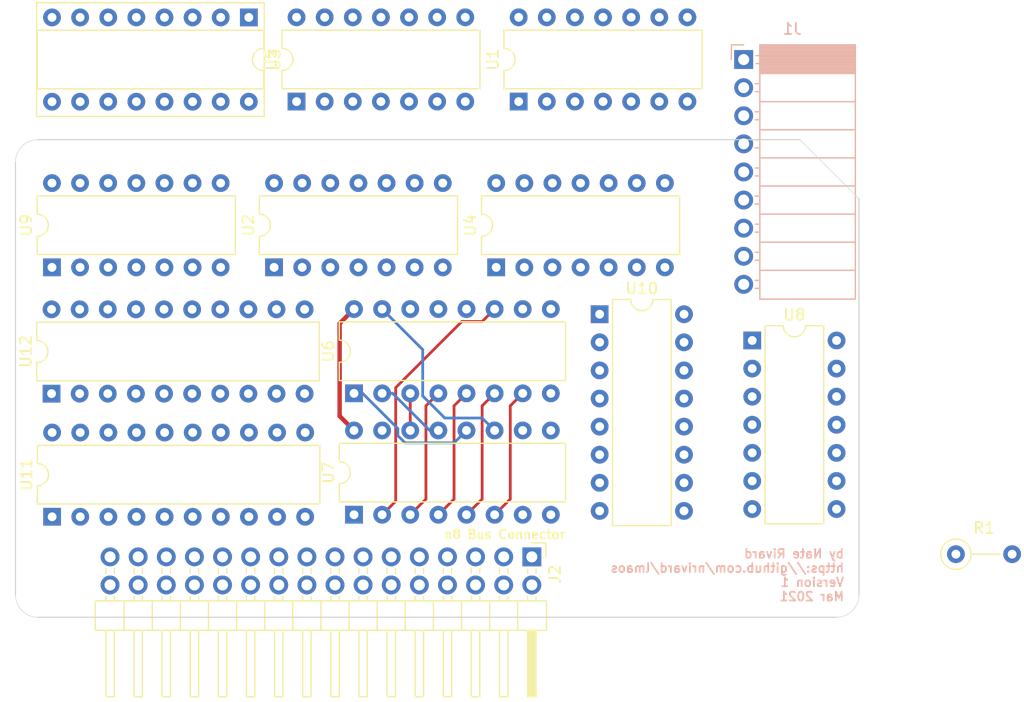
<source format=kicad_pcb>
(kicad_pcb (version 20240108) (generator "pcbnew") (generator_version "8.0")
  (layers (0 "F.Cu" signal) (31 "B.Cu" signal) (34 "B.Paste" user) (35 "F.Paste" user) (36 "B.SilkS" user "B.Silkscreen") (37 "F.SilkS" user "F.Silkscreen") (38 "B.Mask" user) (39 "F.Mask" user) (44 "Edge.Cuts" user))
  (net 0 "")
  (net 1 "+5V")
  (net 2 "GND")
  (net 3 "/D0")
  (net 4 "/D1")
  (net 5 "/D2")
  (net 6 "/D3")
  (net 7 "/D4")
  (net 8 "/D5")
  (net 9 "~{CS}")
  (net 10 "/D6")
  (net 11 "R~{W}")
  (net 12 "CLK")
  (net 13 "~{IRQ}")
  (net 14 "~{RES}")
  (net 15 "D7")
  (net 16 "A0")
  (net 17 "~{CS2}")
  (net 18 "~{CS1}")
  (net 19 "~{CS0}")
  (net 20 "SPI_CLK")
  (net 21 "MISO")
  (net 22 "MOSI")
  (net 23 "IEN")
  (net 24 "ITC")
  (net 25 "DIV_CLK")
  (net 26 "~{TX_COMPLETE}")
  (net 27 "RUNNING")
  (net 28 "TX_COMPLETE")
  (net 30 "Net-(U2-Pad4)")
  (net 31 "Net-(U2-Pad10)")
  (net 36 "DEN")
  (net 37 "~{DATA_WR}")
  (net 38 "~{DATA_RD}")
  (net 39 "SEL1")
  (net 41 "SEL0")
  (net 46 "Net-(U1A-Q3)")
  (net 47 "~{DIV_CLK}")
  (net 48 "Net-(U1A-MR)")
  (net 49 "DIV0")
  (net 50 "DIV1")
  (net 53 "/UNUSED")
  (net 58 "~{DATA_WR}_{QUAL}")
  (net 61 "Net-(U3A-E)")
  (net 62 "~{CR_RD}")
  (net 63 "~{CR_WR}")
  (net 64 "~{SPI_CLK}")
  (net 65 "Net-(U4-Pad8)")
  (net 66 "Net-(U4-Pad4)")
  (net 67 "Net-(U7-Q7)")
  (net 68 "~{CR_WR}_{QUAL}")
  (net 69 "~{TX_COMPLETE_RES}")
  (net 70 "Net-(U5-Pad3)")
  (net 71 "~{ITC_RES}")
  (net 73 "VCC")
  (net 76 "Net-(U10-I1a)")
  (net 77 "Net-(U10-I2a)")
  (net 82 "Net-(U10-I3a)")
  (footprint "Connector_PinHeader_2.54mm:PinHeader_2x16_P2.54mm_Horizontal" (layer "F.Cu") (at 147.2311 112.522 -90)
    (property "Reference" "J2" (at 1.5748 -2.0828 90) (layer "F.SilkS"))
    (property "Value" "n8 Bus Connector")
    (pad "1" thru_hole rect (at 0 0 270) (size 1.7 1.7) (drill 1) (layers "*.Cu" "*.Mask") (net 2 "GND"))
    (pad "2" thru_hole oval (at 2.54 0 270) (size 1.7 1.7) (drill 1) (layers "*.Cu" "*.Mask") (net 2 "GND"))
    (pad "3" thru_hole oval (at 0 2.54 270) (size 1.7 1.7) (drill 1) (layers "*.Cu" "*.Mask") (net 1 "+5V"))
    (pad "4" thru_hole oval (at 2.54 2.54 270) (size 1.7 1.7) (drill 1) (layers "*.Cu" "*.Mask") (net 1 "+5V"))
    (pad "5" thru_hole oval (at 0 5.08 270) (size 1.7 1.7) (drill 1) (layers "*.Cu" "*.Mask"))
    (pad "6" thru_hole oval (at 2.54 5.08 270) (size 1.7 1.7) (drill 1) (layers "*.Cu" "*.Mask"))
    (pad "7" thru_hole oval (at 0 7.62 270) (size 1.7 1.7) (drill 1) (layers "*.Cu" "*.Mask"))
    (pad "8" thru_hole oval (at 2.54 7.62 270) (size 1.7 1.7) (drill 1) (layers "*.Cu" "*.Mask"))
    (pad "9" thru_hole oval (at 0 10.16 270) (size 1.7 1.7) (drill 1) (layers "*.Cu" "*.Mask"))
    (pad "10" thru_hole oval (at 2.54 10.16 270) (size 1.7 1.7) (drill 1) (layers "*.Cu" "*.Mask") (net 14 "~{RES}"))
    (pad "11" thru_hole oval (at 0 12.7 270) (size 1.7 1.7) (drill 1) (layers "*.Cu" "*.Mask") (net 13 "~{IRQ}"))
    (pad "12" thru_hole oval (at 2.54 12.7 270) (size 1.7 1.7) (drill 1) (layers "*.Cu" "*.Mask") (net 12 "CLK"))
    (pad "13" thru_hole oval (at 0 15.24 270) (size 1.7 1.7) (drill 1) (layers "*.Cu" "*.Mask") (net 15 "D7"))
    (pad "14" thru_hole oval (at 2.54 15.24 270) (size 1.7 1.7) (drill 1) (layers "*.Cu" "*.Mask") (net 11 "R~{W}"))
    (pad "15" thru_hole oval (at 0 17.78 270) (size 1.7 1.7) (drill 1) (layers "*.Cu" "*.Mask") (net 10 "/D6"))
    (pad "16" thru_hole oval (at 2.54 17.78 270) (size 1.7 1.7) (drill 1) (layers "*.Cu" "*.Mask") (net 9 "~{CS}"))
    (pad "17" thru_hole oval (at 0 20.32 270) (size 1.7 1.7) (drill 1) (layers "*.Cu" "*.Mask") (net 8 "/D5"))
    (pad "18" thru_hole oval (at 2.54 20.32 270) (size 1.7 1.7) (drill 1) (layers "*.Cu" "*.Mask"))
    (pad "19" thru_hole oval (at 0 22.86 270) (size 1.7 1.7) (drill 1) (layers "*.Cu" "*.Mask") (net 7 "/D4"))
    (pad "20" thru_hole oval (at 2.54 22.86 270) (size 1.7 1.7) (drill 1) (layers "*.Cu" "*.Mask"))
    (pad "21" thru_hole oval (at 0 25.4 270) (size 1.7 1.7) (drill 1) (layers "*.Cu" "*.Mask") (net 6 "/D3"))
    (pad "22" thru_hole oval (at 2.54 25.4 270) (size 1.7 1.7) (drill 1) (layers "*.Cu" "*.Mask"))
    (pad "23" thru_hole oval (at 0 27.94 270) (size 1.7 1.7) (drill 1) (layers "*.Cu" "*.Mask") (net 5 "/D2"))
    (pad "24" thru_hole oval (at 2.54 27.94 270) (size 1.7 1.7) (drill 1) (layers "*.Cu" "*.Mask"))
    (pad "25" thru_hole oval (at 0 30.48 270) (size 1.7 1.7) (drill 1) (layers "*.Cu" "*.Mask") (net 4 "/D1"))
    (pad "26" thru_hole oval (at 2.54 30.48 270) (size 1.7 1.7) (drill 1) (layers "*.Cu" "*.Mask"))
    (pad "27" thru_hole oval (at 0 33.02 270) (size 1.7 1.7) (drill 1) (layers "*.Cu" "*.Mask") (net 3 "/D0"))
    (pad "28" thru_hole oval (at 2.54 33.02 270) (size 1.7 1.7) (drill 1) (layers "*.Cu" "*.Mask") (net 16 "A0"))
    (pad "29" thru_hole oval (at 0 35.56 270) (size 1.7 1.7) (drill 1) (layers "*.Cu" "*.Mask") (net 2 "GND"))
    (pad "30" thru_hole oval (at 2.54 35.56 270) (size 1.7 1.7) (drill 1) (layers "*.Cu" "*.Mask") (net 2 "GND"))
    (pad "31" thru_hole oval (at 0 38.1 270) (size 1.7 1.7) (drill 1) (layers "*.Cu" "*.Mask") (net 1 "+5V"))
    (pad "32" thru_hole oval (at 2.54 38.1 270) (size 1.7 1.7) (drill 1) (layers "*.Cu" "*.Mask") (net 1 "+5V"))
  )
  (footprint "Resistor_THT:R_Axial_DIN0207_L6.3mm_D2.5mm_P5.08mm_Vertical" (layer "F.Cu") (at 185.54192 112.27816)
    (property "Reference" "R1" (at 2.54 -2.37 0) (layer "F.SilkS"))
    (property "Value" "20K")
    (pad "1" thru_hole circle (at 0 0) (size 1.6 1.6) (drill 0.8) (layers "*.Cu" "*.Mask") (net 1 "+5V"))
    (pad "2" thru_hole oval (at 5.08 0) (size 1.6 1.6) (drill 0.8) (layers "*.Cu" "*.Mask") (net 21 "MISO"))
  )
  (footprint "Package_DIP:DIP-14_W7.62mm" (layer "F.Cu") (at 103.881 86.35 90)
    (property "Reference" "U9" (at 3.81 -2.33 90) (layer "F.SilkS"))
    (property "Value" "74HC74")
    (pad "1" thru_hole rect (at 0 0 90) (size 1.6 1.6) (drill 0.8) (layers "*.Cu" "*.Mask") (net 71 "~{ITC_RES}"))
    (pad "2" thru_hole oval (at 0 2.54 90) (size 1.6 1.6) (drill 0.8) (layers "*.Cu" "*.Mask") (net 15 "D7"))
    (pad "3" thru_hole oval (at 0 5.08 90) (size 1.6 1.6) (drill 0.8) (layers "*.Cu" "*.Mask") (net 63 "~{CR_WR}"))
    (pad "4" thru_hole oval (at 0 7.62 90) (size 1.6 1.6) (drill 0.8) (layers "*.Cu" "*.Mask") (net 26 "~{TX_COMPLETE}"))
    (pad "5" thru_hole oval (at 0 10.16 90) (size 1.6 1.6) (drill 0.8) (layers "*.Cu" "*.Mask") (net 24 "ITC"))
    (pad "6" thru_hole oval (at 0 12.7 90) (size 1.6 1.6) (drill 0.8) (layers "*.Cu" "*.Mask"))
    (pad "7" thru_hole oval (at 0 15.24 90) (size 1.6 1.6) (drill 0.8) (layers "*.Cu" "*.Mask") (net 2 "GND"))
    (pad "8" thru_hole oval (at 7.62 15.24 90) (size 1.6 1.6) (drill 0.8) (layers "*.Cu" "*.Mask"))
    (pad "9" thru_hole oval (at 7.62 12.7 90) (size 1.6 1.6) (drill 0.8) (layers "*.Cu" "*.Mask") (net 27 "RUNNING"))
    (pad "10" thru_hole oval (at 7.62 10.16 90) (size 1.6 1.6) (drill 0.8) (layers "*.Cu" "*.Mask") (net 37 "~{DATA_WR}"))
    (pad "11" thru_hole oval (at 7.62 7.62 90) (size 1.6 1.6) (drill 0.8) (layers "*.Cu" "*.Mask"))
    (pad "12" thru_hole oval (at 7.62 5.08 90) (size 1.6 1.6) (drill 0.8) (layers "*.Cu" "*.Mask"))
    (pad "13" thru_hole oval (at 7.62 2.54 90) (size 1.6 1.6) (drill 0.8) (layers "*.Cu" "*.Mask") (net 69 "~{TX_COMPLETE_RES}"))
    (pad "14" thru_hole oval (at 7.62 0 90) (size 1.6 1.6) (drill 0.8) (layers "*.Cu" "*.Mask") (net 1 "+5V"))
  )
  (footprint "Package_DIP:DIP-14_W7.62mm" (layer "F.Cu") (at 144.013 86.35 90)
    (property "Reference" "U4" (at 3.81 -2.33 90) (layer "F.SilkS"))
    (property "Value" "74HC04")
    (pad "1" thru_hole rect (at 0 0 90) (size 1.6 1.6) (drill 0.8) (layers "*.Cu" "*.Mask") (net 67 "Net-(U7-Q7)"))
    (pad "2" thru_hole oval (at 0 2.54 90) (size 1.6 1.6) (drill 0.8) (layers "*.Cu" "*.Mask") (net 30 "Net-(U2-Pad4)"))
    (pad "3" thru_hole oval (at 0 5.08 90) (size 1.6 1.6) (drill 0.8) (layers "*.Cu" "*.Mask") (net 28 "TX_COMPLETE"))
    (pad "4" thru_hole oval (at 0 7.62 90) (size 1.6 1.6) (drill 0.8) (layers "*.Cu" "*.Mask") (net 66 "Net-(U4-Pad4)"))
    (pad "5" thru_hole oval (at 0 10.16 90) (size 1.6 1.6) (drill 0.8) (layers "*.Cu" "*.Mask") (net 36 "DEN"))
    (pad "6" thru_hole oval (at 0 12.7 90) (size 1.6 1.6) (drill 0.8) (layers "*.Cu" "*.Mask") (net 61 "Net-(U3A-E)"))
    (pad "7" thru_hole oval (at 0 15.24 90) (size 1.6 1.6) (drill 0.8) (layers "*.Cu" "*.Mask") (net 2 "GND"))
    (pad "8" thru_hole oval (at 7.62 15.24 90) (size 1.6 1.6) (drill 0.8) (layers "*.Cu" "*.Mask") (net 65 "Net-(U4-Pad8)"))
    (pad "9" thru_hole oval (at 7.62 12.7 90) (size 1.6 1.6) (drill 0.8) (layers "*.Cu" "*.Mask") (net 63 "~{CR_WR}"))
    (pad "10" thru_hole oval (at 7.62 10.16 90) (size 1.6 1.6) (drill 0.8) (layers "*.Cu" "*.Mask") (net 31 "Net-(U2-Pad10)"))
    (pad "11" thru_hole oval (at 7.62 7.62 90) (size 1.6 1.6) (drill 0.8) (layers "*.Cu" "*.Mask") (net 37 "~{DATA_WR}"))
    (pad "12" thru_hole oval (at 7.62 5.08 90) (size 1.6 1.6) (drill 0.8) (layers "*.Cu" "*.Mask") (net 64 "~{SPI_CLK}"))
    (pad "13" thru_hole oval (at 7.62 2.54 90) (size 1.6 1.6) (drill 0.8) (layers "*.Cu" "*.Mask") (net 20 "SPI_CLK"))
    (pad "14" thru_hole oval (at 7.62 0 90) (size 1.6 1.6) (drill 0.8) (layers "*.Cu" "*.Mask") (net 1 "+5V"))
  )
  (footprint "Package_DIP:DIP-16_W7.62mm" (layer "F.Cu") (at 131.1689 108.7137 90)
    (property "Reference" "U7" (at 3.81 -2.33 90) (layer "F.SilkS"))
    (property "Value" "74HC165")
    (pad "1" thru_hole rect (at 0 0 90) (size 1.6 1.6) (drill 0.8) (layers "*.Cu" "*.Mask") (net 58 "~{DATA_WR}_{QUAL}"))
    (pad "2" thru_hole oval (at 0 2.54 90) (size 1.6 1.6) (drill 0.8) (layers "*.Cu" "*.Mask") (net 64 "~{SPI_CLK}"))
    (pad "3" thru_hole oval (at 0 5.08 90) (size 1.6 1.6) (drill 0.8) (layers "*.Cu" "*.Mask") (net 7 "/D4"))
    (pad "4" thru_hole oval (at 0 7.62 90) (size 1.6 1.6) (drill 0.8) (layers "*.Cu" "*.Mask") (net 8 "/D5"))
    (pad "5" thru_hole oval (at 0 10.16 90) (size 1.6 1.6) (drill 0.8) (layers "*.Cu" "*.Mask") (net 10 "/D6"))
    (pad "6" thru_hole oval (at 0 12.7 90) (size 1.6 1.6) (drill 0.8) (layers "*.Cu" "*.Mask") (net 15 "D7"))
    (pad "7" thru_hole oval (at 0 15.24 90) (size 1.6 1.6) (drill 0.8) (layers "*.Cu" "*.Mask"))
    (pad "8" thru_hole oval (at 0 17.78 90) (size 1.6 1.6) (drill 0.8) (layers "*.Cu" "*.Mask") (net 2 "GND"))
    (pad "9" thru_hole oval (at 7.62 17.78 90) (size 1.6 1.6) (drill 0.8) (layers "*.Cu" "*.Mask") (net 67 "Net-(U7-Q7)"))
    (pad "10" thru_hole oval (at 7.62 15.24 90) (size 1.6 1.6) (drill 0.8) (layers "*.Cu" "*.Mask") (net 73 "VCC"))
    (pad "11" thru_hole oval (at 7.62 12.7 90) (size 1.6 1.6) (drill 0.8) (layers "*.Cu" "*.Mask") (net 3 "/D0"))
    (pad "12" thru_hole oval (at 7.62 10.16 90) (size 1.6 1.6) (drill 0.8) (layers "*.Cu" "*.Mask") (net 4 "/D1"))
    (pad "13" thru_hole oval (at 7.62 7.62 90) (size 1.6 1.6) (drill 0.8) (layers "*.Cu" "*.Mask") (net 5 "/D2"))
    (pad "14" thru_hole oval (at 7.62 5.08 90) (size 1.6 1.6) (drill 0.8) (layers "*.Cu" "*.Mask") (net 6 "/D3"))
    (pad "15" thru_hole oval (at 7.62 2.54 90) (size 1.6 1.6) (drill 0.8) (layers "*.Cu" "*.Mask") (net 2 "GND"))
    (pad "16" thru_hole oval (at 7.62 0 90) (size 1.6 1.6) (drill 0.8) (layers "*.Cu" "*.Mask") (net 1 "+5V"))
  )
  (footprint "Package_DIP:DIP-14_W7.62mm" (layer "F.Cu") (at 167.142 92.959)
    (property "Reference" "U8" (at 3.81 -2.33 360) (layer "F.SilkS"))
    (property "Value" "74LS393")
    (pad "1" thru_hole rect (at 0 0) (size 1.6 1.6) (drill 0.8) (layers "*.Cu" "*.Mask") (net 12 "CLK"))
    (pad "2" thru_hole oval (at 0 2.54) (size 1.6 1.6) (drill 0.8) (layers "*.Cu" "*.Mask") (net 2 "GND"))
    (pad "3" thru_hole oval (at 0 5.08) (size 1.6 1.6) (drill 0.8) (layers "*.Cu" "*.Mask"))
    (pad "4" thru_hole oval (at 0 7.62) (size 1.6 1.6) (drill 0.8) (layers "*.Cu" "*.Mask") (net 76 "Net-(U10-I1a)"))
    (pad "5" thru_hole oval (at 0 10.16) (size 1.6 1.6) (drill 0.8) (layers "*.Cu" "*.Mask") (net 77 "Net-(U10-I2a)"))
    (pad "6" thru_hole oval (at 0 12.7) (size 1.6 1.6) (drill 0.8) (layers "*.Cu" "*.Mask") (net 82 "Net-(U10-I3a)"))
    (pad "7" thru_hole oval (at 0 15.24) (size 1.6 1.6) (drill 0.8) (layers "*.Cu" "*.Mask") (net 2 "GND"))
    (pad "8" thru_hole oval (at 7.62 15.24) (size 1.6 1.6) (drill 0.8) (layers "*.Cu" "*.Mask"))
    (pad "9" thru_hole oval (at 7.62 12.7) (size 1.6 1.6) (drill 0.8) (layers "*.Cu" "*.Mask"))
    (pad "10" thru_hole oval (at 7.62 10.16) (size 1.6 1.6) (drill 0.8) (layers "*.Cu" "*.Mask"))
    (pad "11" thru_hole oval (at 7.62 7.62) (size 1.6 1.6) (drill 0.8) (layers "*.Cu" "*.Mask"))
    (pad "12" thru_hole oval (at 7.62 5.08) (size 1.6 1.6) (drill 0.8) (layers "*.Cu" "*.Mask") (net 2 "GND"))
    (pad "13" thru_hole oval (at 7.62 2.54) (size 1.6 1.6) (drill 0.8) (layers "*.Cu" "*.Mask") (net 73 "VCC"))
    (pad "14" thru_hole oval (at 7.62 0) (size 1.6 1.6) (drill 0.8) (layers "*.Cu" "*.Mask") (net 1 "+5V"))
  )
  (footprint "Package_DIP:DIP-16_W7.62mm" (layer "F.Cu") (at 131.1689 97.7409 90)
    (property "Reference" "U6" (at 3.81 -2.33 90) (layer "F.SilkS"))
    (property "Value" "74HC595")
    (pad "1" thru_hole rect (at 0 0 90) (size 1.6 1.6) (drill 0.8) (layers "*.Cu" "*.Mask") (net 4 "/D1"))
    (pad "2" thru_hole oval (at 0 2.54 90) (size 1.6 1.6) (drill 0.8) (layers "*.Cu" "*.Mask") (net 5 "/D2"))
    (pad "3" thru_hole oval (at 0 5.08 90) (size 1.6 1.6) (drill 0.8) (layers "*.Cu" "*.Mask") (net 6 "/D3"))
    (pad "4" thru_hole oval (at 0 7.62 90) (size 1.6 1.6) (drill 0.8) (layers "*.Cu" "*.Mask") (net 7 "/D4"))
    (pad "5" thru_hole oval (at 0 10.16 90) (size 1.6 1.6) (drill 0.8) (layers "*.Cu" "*.Mask") (net 8 "/D5"))
    (pad "6" thru_hole oval (at 0 12.7 90) (size 1.6 1.6) (drill 0.8) (layers "*.Cu" "*.Mask") (net 10 "/D6"))
    (pad "7" thru_hole oval (at 0 15.24 90) (size 1.6 1.6) (drill 0.8) (layers "*.Cu" "*.Mask") (net 15 "D7"))
    (pad "8" thru_hole oval (at 0 17.78 90) (size 1.6 1.6) (drill 0.8) (layers "*.Cu" "*.Mask") (net 2 "GND"))
    (pad "9" thru_hole oval (at 7.62 17.78 90) (size 1.6 1.6) (drill 0.8) (layers "*.Cu" "*.Mask"))
    (pad "10" thru_hole oval (at 7.62 15.24 90) (size 1.6 1.6) (drill 0.8) (layers "*.Cu" "*.Mask") (net 14 "~{RES}"))
    (pad "11" thru_hole oval (at 7.62 12.7 90) (size 1.6 1.6) (drill 0.8) (layers "*.Cu" "*.Mask") (net 20 "SPI_CLK"))
    (pad "12" thru_hole oval (at 7.62 10.16 90) (size 1.6 1.6) (drill 0.8) (layers "*.Cu" "*.Mask") (net 28 "TX_COMPLETE"))
    (pad "13" thru_hole oval (at 7.62 7.62 90) (size 1.6 1.6) (drill 0.8) (layers "*.Cu" "*.Mask") (net 38 "~{DATA_RD}"))
    (pad "14" thru_hole oval (at 7.62 5.08 90) (size 1.6 1.6) (drill 0.8) (layers "*.Cu" "*.Mask") (net 21 "MISO"))
    (pad "15" thru_hole oval (at 7.62 2.54 90) (size 1.6 1.6) (drill 0.8) (layers "*.Cu" "*.Mask") (net 3 "/D0"))
    (pad "16" thru_hole oval (at 7.62 0 90) (size 1.6 1.6) (drill 0.8) (layers "*.Cu" "*.Mask") (net 1 "+5V"))
  )
  (footprint "Package_DIP:DIP-20_W7.62mm" (layer "F.Cu") (at 103.84536 97.7646 90)
    (property "Reference" "U12" (at 3.81 -2.33 90) (layer "F.SilkS"))
    (property "Value" "74HC245")
    (pad "1" thru_hole rect (at 0 0 90) (size 1.6 1.6) (drill 0.8) (layers "*.Cu" "*.Mask") (net 1 "+5V"))
    (pad "2" thru_hole oval (at 0 2.54 90) (size 1.6 1.6) (drill 0.8) (layers "*.Cu" "*.Mask") (net 49 "DIV0"))
    (pad "3" thru_hole oval (at 0 5.08 90) (size 1.6 1.6) (drill 0.8) (layers "*.Cu" "*.Mask") (net 50 "DIV1"))
    (pad "4" thru_hole oval (at 0 7.62 90) (size 1.6 1.6) (drill 0.8) (layers "*.Cu" "*.Mask") (net 41 "SEL0"))
    (pad "5" thru_hole oval (at 0 10.16 90) (size 1.6 1.6) (drill 0.8) (layers "*.Cu" "*.Mask") (net 39 "SEL1"))
    (pad "6" thru_hole oval (at 0 12.7 90) (size 1.6 1.6) (drill 0.8) (layers "*.Cu" "*.Mask") (net 36 "DEN"))
    (pad "7" thru_hole oval (at 0 15.24 90) (size 1.6 1.6) (drill 0.8) (layers "*.Cu" "*.Mask") (net 23 "IEN"))
    (pad "8" thru_hole oval (at 0 17.78 90) (size 1.6 1.6) (drill 0.8) (layers "*.Cu" "*.Mask") (net 53 "/UNUSED"))
    (pad "9" thru_hole oval (at 0 20.32 90) (size 1.6 1.6) (drill 0.8) (layers "*.Cu" "*.Mask") (net 24 "ITC"))
    (pad "10" thru_hole oval (at 0 22.86 90) (size 1.6 1.6) (drill 0.8) (layers "*.Cu" "*.Mask") (net 2 "GND"))
    (pad "11" thru_hole oval (at 7.62 22.86 90) (size 1.6 1.6) (drill 0.8) (layers "*.Cu" "*.Mask") (net 15 "D7"))
    (pad "12" thru_hole oval (at 7.62 20.32 90) (size 1.6 1.6) (drill 0.8) (layers "*.Cu" "*.Mask") (net 10 "/D6"))
    (pad "13" thru_hole oval (at 7.62 17.78 90) (size 1.6 1.6) (drill 0.8) (layers "*.Cu" "*.Mask") (net 8 "/D5"))
    (pad "14" thru_hole oval (at 7.62 15.24 90) (size 1.6 1.6) (drill 0.8) (layers "*.Cu" "*.Mask") (net 7 "/D4"))
    (pad "15" thru_hole oval (at 7.62 12.7 90) (size 1.6 1.6) (drill 0.8) (layers "*.Cu" "*.Mask") (net 6 "/D3"))
    (pad "16" thru_hole oval (at 7.62 10.16 90) (size 1.6 1.6) (drill 0.8) (layers "*.Cu" "*.Mask") (net 5 "/D2"))
    (pad "17" thru_hole oval (at 7.62 7.62 90) (size 1.6 1.6) (drill 0.8) (layers "*.Cu" "*.Mask") (net 4 "/D1"))
    (pad "18" thru_hole oval (at 7.62 5.08 90) (size 1.6 1.6) (drill 0.8) (layers "*.Cu" "*.Mask") (net 3 "/D0"))
    (pad "19" thru_hole oval (at 7.62 2.54 90) (size 1.6 1.6) (drill 0.8) (layers "*.Cu" "*.Mask") (net 62 "~{CR_RD}"))
    (pad "20" thru_hole oval (at 7.62 0 90) (size 1.6 1.6) (drill 0.8) (layers "*.Cu" "*.Mask") (net 1 "+5V"))
  )
  (footprint "Package_DIP:DIP-20_W7.62mm" (layer "F.Cu") (at 103.89616 108.89996 90)
    (property "Reference" "U11" (at 3.81 -2.33 90) (layer "F.SilkS"))
    (property "Value" "74HC273")
    (pad "1" thru_hole rect (at 0 0 90) (size 1.6 1.6) (drill 0.8) (layers "*.Cu" "*.Mask") (net 14 "~{RES}"))
    (pad "2" thru_hole oval (at 0 2.54 90) (size 1.6 1.6) (drill 0.8) (layers "*.Cu" "*.Mask") (net 49 "DIV0"))
    (pad "3" thru_hole oval (at 0 5.08 90) (size 1.6 1.6) (drill 0.8) (layers "*.Cu" "*.Mask") (net 3 "/D0"))
    (pad "4" thru_hole oval (at 0 7.62 90) (size 1.6 1.6) (drill 0.8) (layers "*.Cu" "*.Mask") (net 4 "/D1"))
    (pad "5" thru_hole oval (at 0 10.16 90) (size 1.6 1.6) (drill 0.8) (layers "*.Cu" "*.Mask") (net 50 "DIV1"))
    (pad "6" thru_hole oval (at 0 12.7 90) (size 1.6 1.6) (drill 0.8) (layers "*.Cu" "*.Mask") (net 41 "SEL0"))
    (pad "7" thru_hole oval (at 0 15.24 90) (size 1.6 1.6) (drill 0.8) (layers "*.Cu" "*.Mask") (net 5 "/D2"))
    (pad "8" thru_hole oval (at 0 17.78 90) (size 1.6 1.6) (drill 0.8) (layers "*.Cu" "*.Mask") (net 6 "/D3"))
    (pad "9" thru_hole oval (at 0 20.32 90) (size 1.6 1.6) (drill 0.8) (layers "*.Cu" "*.Mask") (net 39 "SEL1"))
    (pad "10" thru_hole oval (at 0 22.86 90) (size 1.6 1.6) (drill 0.8) (layers "*.Cu" "*.Mask") (net 2 "GND"))
    (pad "11" thru_hole oval (at 7.62 22.86 90) (size 1.6 1.6) (drill 0.8) (layers "*.Cu" "*.Mask") (net 68 "~{CR_WR}_{QUAL}"))
    (pad "12" thru_hole oval (at 7.62 20.32 90) (size 1.6 1.6) (drill 0.8) (layers "*.Cu" "*.Mask") (net 36 "DEN"))
    (pad "13" thru_hole oval (at 7.62 17.78 90) (size 1.6 1.6) (drill 0.8) (layers "*.Cu" "*.Mask") (net 7 "/D4"))
    (pad "14" thru_hole oval (at 7.62 15.24 90) (size 1.6 1.6) (drill 0.8) (layers "*.Cu" "*.Mask") (net 8 "/D5"))
    (pad "15" thru_hole oval (at 7.62 12.7 90) (size 1.6 1.6) (drill 0.8) (layers "*.Cu" "*.Mask") (net 23 "IEN"))
    (pad "16" thru_hole oval (at 7.62 10.16 90) (size 1.6 1.6) (drill 0.8) (layers "*.Cu" "*.Mask") (net 53 "/UNUSED"))
    (pad "17" thru_hole oval (at 7.62 7.62 90) (size 1.6 1.6) (drill 0.8) (layers "*.Cu" "*.Mask") (net 10 "/D6"))
    (pad "18" thru_hole oval (at 7.62 5.08 90) (size 1.6 1.6) (drill 0.8) (layers "*.Cu" "*.Mask") (net 15 "D7"))
    (pad "19" thru_hole oval (at 7.62 2.54 90) (size 1.6 1.6) (drill 0.8) (layers "*.Cu" "*.Mask"))
    (pad "20" thru_hole oval (at 7.62 0 90) (size 1.6 1.6) (drill 0.8) (layers "*.Cu" "*.Mask") (net 1 "+5V"))
  )
  (footprint "Package_DIP:DIP-16_W7.62mm_Socket" (layer "F.Cu") (at 121.666 63.754 -90)
    (property "Reference" "U3" (at 3.81 -2.33 90) (layer "F.SilkS"))
    (property "Value" "74LS139")
    (pad "1" thru_hole rect (at 0 0 270) (size 1.6 1.6) (drill 0.8) (layers "*.Cu" "*.Mask") (net 61 "Net-(U3A-E)"))
    (pad "2" thru_hole oval (at 0 2.54 270) (size 1.6 1.6) (drill 0.8) (layers "*.Cu" "*.Mask") (net 41 "SEL0"))
    (pad "3" thru_hole oval (at 0 5.08 270) (size 1.6 1.6) (drill 0.8) (layers "*.Cu" "*.Mask") (net 39 "SEL1"))
    (pad "4" thru_hole oval (at 0 7.62 270) (size 1.6 1.6) (drill 0.8) (layers "*.Cu" "*.Mask") (net 19 "~{CS0}"))
    (pad "5" thru_hole oval (at 0 10.16 270) (size 1.6 1.6) (drill 0.8) (layers "*.Cu" "*.Mask") (net 18 "~{CS1}"))
    (pad "6" thru_hole oval (at 0 12.7 270) (size 1.6 1.6) (drill 0.8) (layers "*.Cu" "*.Mask") (net 17 "~{CS2}"))
    (pad "7" thru_hole oval (at 0 15.24 270) (size 1.6 1.6) (drill 0.8) (layers "*.Cu" "*.Mask") (net 17 "~{CS2}"))
    (pad "8" thru_hole oval (at 0 17.78 270) (size 1.6 1.6) (drill 0.8) (layers "*.Cu" "*.Mask") (net 2 "GND"))
    (pad "9" thru_hole oval (at 7.62 17.78 270) (size 1.6 1.6) (drill 0.8) (layers "*.Cu" "*.Mask") (net 62 "~{CR_RD}"))
    (pad "10" thru_hole oval (at 7.62 15.24 270) (size 1.6 1.6) (drill 0.8) (layers "*.Cu" "*.Mask") (net 63 "~{CR_WR}"))
    (pad "11" thru_hole oval (at 7.62 12.7 270) (size 1.6 1.6) (drill 0.8) (layers "*.Cu" "*.Mask") (net 38 "~{DATA_RD}"))
    (pad "12" thru_hole oval (at 7.62 10.16 270) (size 1.6 1.6) (drill 0.8) (layers "*.Cu" "*.Mask") (net 37 "~{DATA_WR}"))
    (pad "13" thru_hole oval (at 7.62 7.62 270) (size 1.6 1.6) (drill 0.8) (layers "*.Cu" "*.Mask") (net 11 "R~{W}"))
    (pad "14" thru_hole oval (at 7.62 5.08 270) (size 1.6 1.6) (drill 0.8) (layers "*.Cu" "*.Mask") (net 16 "A0"))
    (pad "15" thru_hole oval (at 7.62 2.54 270) (size 1.6 1.6) (drill 0.8) (layers "*.Cu" "*.Mask") (net 9 "~{CS}"))
    (pad "16" thru_hole oval (at 7.62 0 270) (size 1.6 1.6) (drill 0.8) (layers "*.Cu" "*.Mask") (net 1 "+5V"))
  )
  (footprint "Package_DIP:DIP-16_W7.62mm" (layer "F.Cu") (at 153.36012 90.58656)
    (property "Reference" "U10" (at 3.81 -2.33 0) (layer "F.SilkS"))
    (property "Value" "74LS153")
    (pad "1" thru_hole rect (at 0 0) (size 1.6 1.6) (drill 0.8) (layers "*.Cu" "*.Mask") (net 2 "GND"))
    (pad "2" thru_hole oval (at 0 2.54) (size 1.6 1.6) (drill 0.8) (layers "*.Cu" "*.Mask") (net 50 "DIV1"))
    (pad "3" thru_hole oval (at 0 5.08) (size 1.6 1.6) (drill 0.8) (layers "*.Cu" "*.Mask") (net 82 "Net-(U10-I3a)"))
    (pad "4" thru_hole oval (at 0 7.62) (size 1.6 1.6) (drill 0.8) (layers "*.Cu" "*.Mask") (net 77 "Net-(U10-I2a)"))
    (pad "5" thru_hole oval (at 0 10.16) (size 1.6 1.6) (drill 0.8) (layers "*.Cu" "*.Mask") (net 76 "Net-(U10-I1a)"))
    (pad "6" thru_hole oval (at 0 12.7) (size 1.6 1.6) (drill 0.8) (layers "*.Cu" "*.Mask") (net 12 "CLK"))
    (pad "7" thru_hole oval (at 0 15.24) (size 1.6 1.6) (drill 0.8) (layers "*.Cu" "*.Mask") (net 25 "DIV_CLK"))
    (pad "8" thru_hole oval (at 0 17.78) (size 1.6 1.6) (drill 0.8) (layers "*.Cu" "*.Mask") (net 2 "GND"))
    (pad "9" thru_hole oval (at 7.62 17.78) (size 1.6 1.6) (drill 0.8) (layers "*.Cu" "*.Mask"))
    (pad "10" thru_hole oval (at 7.62 15.24) (size 1.6 1.6) (drill 0.8) (layers "*.Cu" "*.Mask") (net 2 "GND"))
    (pad "11" thru_hole oval (at 7.62 12.7) (size 1.6 1.6) (drill 0.8) (layers "*.Cu" "*.Mask") (net 2 "GND"))
    (pad "12" thru_hole oval (at 7.62 10.16) (size 1.6 1.6) (drill 0.8) (layers "*.Cu" "*.Mask") (net 2 "GND"))
    (pad "13" thru_hole oval (at 7.62 7.62) (size 1.6 1.6) (drill 0.8) (layers "*.Cu" "*.Mask") (net 2 "GND"))
    (pad "14" thru_hole oval (at 7.62 5.08) (size 1.6 1.6) (drill 0.8) (layers "*.Cu" "*.Mask") (net 49 "DIV0"))
    (pad "15" thru_hole oval (at 7.62 2.54) (size 1.6 1.6) (drill 0.8) (layers "*.Cu" "*.Mask") (net 1 "+5V"))
    (pad "16" thru_hole oval (at 7.62 0) (size 1.6 1.6) (drill 0.8) (layers "*.Cu" "*.Mask") (net 1 "+5V"))
  )
  (footprint "Package_DIP:DIP-14_W7.62mm" (layer "F.Cu") (at 125.979 71.364 90)
    (property "Reference" "U5" (at 3.81 -2.33 90) (layer "F.SilkS"))
    (property "Value" "74LS08")
    (pad "1" thru_hole rect (at 0 0 90) (size 1.6 1.6) (drill 0.8) (layers "*.Cu" "*.Mask") (net 37 "~{DATA_WR}"))
    (pad "2" thru_hole oval (at 0 2.54 90) (size 1.6 1.6) (drill 0.8) (layers "*.Cu" "*.Mask") (net 38 "~{DATA_RD}"))
    (pad "3" thru_hole oval (at 0 5.08 90) (size 1.6 1.6) (drill 0.8) (layers "*.Cu" "*.Mask") (net 70 "Net-(U5-Pad3)"))
    (pad "4" thru_hole oval (at 0 7.62 90) (size 1.6 1.6) (drill 0.8) (layers "*.Cu" "*.Mask") (net 70 "Net-(U5-Pad3)"))
    (pad "5" thru_hole oval (at 0 10.16 90) (size 1.6 1.6) (drill 0.8) (layers "*.Cu" "*.Mask") (net 14 "~{RES}"))
    (pad "6" thru_hole oval (at 0 12.7 90) (size 1.6 1.6) (drill 0.8) (layers "*.Cu" "*.Mask") (net 71 "~{ITC_RES}"))
    (pad "7" thru_hole oval (at 0 15.24 90) (size 1.6 1.6) (drill 0.8) (layers "*.Cu" "*.Mask") (net 2 "GND"))
    (pad "8" thru_hole oval (at 7.62 15.24 90) (size 1.6 1.6) (drill 0.8) (layers "*.Cu" "*.Mask") (net 69 "~{TX_COMPLETE_RES}"))
    (pad "9" thru_hole oval (at 7.62 12.7 90) (size 1.6 1.6) (drill 0.8) (layers "*.Cu" "*.Mask") (net 66 "Net-(U4-Pad4)"))
    (pad "10" thru_hole oval (at 7.62 10.16 90) (size 1.6 1.6) (drill 0.8) (layers "*.Cu" "*.Mask") (net 14 "~{RES}"))
    (pad "11" thru_hole oval (at 7.62 7.62 90) (size 1.6 1.6) (drill 0.8) (layers "*.Cu" "*.Mask") (net 68 "~{CR_WR}_{QUAL}"))
    (pad "12" thru_hole oval (at 7.62 5.08 90) (size 1.6 1.6) (drill 0.8) (layers "*.Cu" "*.Mask") (net 65 "Net-(U4-Pad8)"))
    (pad "13" thru_hole oval (at 7.62 2.54 90) (size 1.6 1.6) (drill 0.8) (layers "*.Cu" "*.Mask") (net 12 "CLK"))
    (pad "14" thru_hole oval (at 7.62 0 90) (size 1.6 1.6) (drill 0.8) (layers "*.Cu" "*.Mask") (net 1 "+5V"))
  )
  (footprint "Package_DIP:DIP-14_W7.62mm" (layer "F.Cu") (at 146.045 71.364 90)
    (property "Reference" "U1" (at 3.81 -2.33 90) (layer "F.SilkS"))
    (property "Value" "74LS393")
    (pad "1" thru_hole rect (at 0 0 90) (size 1.6 1.6) (drill 0.8) (layers "*.Cu" "*.Mask") (net 47 "~{DIV_CLK}"))
    (pad "2" thru_hole oval (at 0 2.54 90) (size 1.6 1.6) (drill 0.8) (layers "*.Cu" "*.Mask") (net 48 "Net-(U1A-MR)"))
    (pad "3" thru_hole oval (at 0 5.08 90) (size 1.6 1.6) (drill 0.8) (layers "*.Cu" "*.Mask") (net 20 "SPI_CLK"))
    (pad "4" thru_hole oval (at 0 7.62 90) (size 1.6 1.6) (drill 0.8) (layers "*.Cu" "*.Mask"))
    (pad "5" thru_hole oval (at 0 10.16 90) (size 1.6 1.6) (drill 0.8) (layers "*.Cu" "*.Mask"))
    (pad "6" thru_hole oval (at 0 12.7 90) (size 1.6 1.6) (drill 0.8) (layers "*.Cu" "*.Mask") (net 46 "Net-(U1A-Q3)"))
    (pad "7" thru_hole oval (at 0 15.24 90) (size 1.6 1.6) (drill 0.8) (layers "*.Cu" "*.Mask") (net 1 "+5V"))
    (pad "8" thru_hole oval (at 7.62 15.24 90) (size 1.6 1.6) (drill 0.8) (layers "*.Cu" "*.Mask"))
    (pad "9" thru_hole oval (at 7.62 12.7 90) (size 1.6 1.6) (drill 0.8) (layers "*.Cu" "*.Mask"))
    (pad "10" thru_hole oval (at 7.62 10.16 90) (size 1.6 1.6) (drill 0.8) (layers "*.Cu" "*.Mask"))
    (pad "11" thru_hole oval (at 7.62 7.62 90) (size 1.6 1.6) (drill 0.8) (layers "*.Cu" "*.Mask") (net 28 "TX_COMPLETE"))
    (pad "12" thru_hole oval (at 7.62 5.08 90) (size 1.6 1.6) (drill 0.8) (layers "*.Cu" "*.Mask") (net 48 "Net-(U1A-MR)"))
    (pad "13" thru_hole oval (at 7.62 2.54 90) (size 1.6 1.6) (drill 0.8) (layers "*.Cu" "*.Mask") (net 46 "Net-(U1A-Q3)"))
    (pad "14" thru_hole oval (at 7.62 0 90) (size 1.6 1.6) (drill 0.8) (layers "*.Cu" "*.Mask"))
  )
  (footprint "Package_DIP:DIP-14_W7.62mm" (layer "F.Cu") (at 123.947 86.35 90)
    (property "Reference" "U2" (at 3.81 -2.33 90) (layer "F.SilkS"))
    (property "Value" "74HC00")
    (pad "1" thru_hole rect (at 0 0 90) (size 1.6 1.6) (drill 0.8) (layers "*.Cu" "*.Mask") (net 14 "~{RES}"))
    (pad "2" thru_hole oval (at 0 2.54 90) (size 1.6 1.6) (drill 0.8) (layers "*.Cu" "*.Mask") (net 27 "RUNNING"))
    (pad "3" thru_hole oval (at 0 5.08 90) (size 1.6 1.6) (drill 0.8) (layers "*.Cu" "*.Mask") (net 48 "Net-(U1A-MR)"))
    (pad "4" thru_hole oval (at 0 7.62 90) (size 1.6 1.6) (drill 0.8) (layers "*.Cu" "*.Mask") (net 30 "Net-(U2-Pad4)"))
    (pad "5" thru_hole oval (at 0 10.16 90) (size 1.6 1.6) (drill 0.8) (layers "*.Cu" "*.Mask") (net 27 "RUNNING"))
    (pad "6" thru_hole oval (at 0 12.7 90) (size 1.6 1.6) (drill 0.8) (layers "*.Cu" "*.Mask") (net 22 "MOSI"))
    (pad "7" thru_hole oval (at 0 15.24 90) (size 1.6 1.6) (drill 0.8) (layers "*.Cu" "*.Mask"))
    (pad "8" thru_hole oval (at 7.62 15.24 90) (size 1.6 1.6) (drill 0.8) (layers "*.Cu" "*.Mask") (net 58 "~{DATA_WR}_{QUAL}"))
    (pad "9" thru_hole oval (at 7.62 12.7 90) (size 1.6 1.6) (drill 0.8) (layers "*.Cu" "*.Mask") (net 12 "CLK"))
    (pad "10" thru_hole oval (at 7.62 10.16 90) (size 1.6 1.6) (drill 0.8) (layers "*.Cu" "*.Mask") (net 31 "Net-(U2-Pad10)"))
    (pad "11" thru_hole oval (at 7.62 7.62 90) (size 1.6 1.6) (drill 0.8) (layers "*.Cu" "*.Mask") (net 13 "~{IRQ}"))
    (pad "12" thru_hole oval (at 7.62 5.08 90) (size 1.6 1.6) (drill 0.8) (layers "*.Cu" "*.Mask") (net 24 "ITC"))
    (pad "13" thru_hole oval (at 7.62 2.54 90) (size 1.6 1.6) (drill 0.8) (layers "*.Cu" "*.Mask") (net 23 "IEN"))
    (pad "14" thru_hole oval (at 7.62 0 90) (size 1.6 1.6) (drill 0.8) (layers "*.Cu" "*.Mask"))
  )
  (footprint "Connector_PinSocket_2.54mm:PinSocket_1x09_P2.54mm_Horizontal" (layer "B.Cu") (at 166.37 67.564 180)
    (property "Reference" "J1" (at -4.38 2.77 360) (layer "B.SilkS") (effects (justify mirror)))
    (property "Value" "Conn_01x09")
    (pad "1" thru_hole rect (at 0 0 180) (size 1.7 1.7) (drill 1) (layers "*.Cu" "*.Mask") (net 1 "+5V"))
    (pad "2" thru_hole oval (at 0 -2.54 180) (size 1.7 1.7) (drill 1) (layers "*.Cu" "*.Mask") (net 22 "MOSI"))
    (pad "3" thru_hole oval (at 0 -5.08 180) (size 1.7 1.7) (drill 1) (layers "*.Cu" "*.Mask") (net 21 "MISO"))
    (pad "4" thru_hole oval (at 0 -7.62 180) (size 1.7 1.7) (drill 1) (layers "*.Cu" "*.Mask") (net 20 "SPI_CLK"))
    (pad "5" thru_hole oval (at 0 -10.16 180) (size 1.7 1.7) (drill 1) (layers "*.Cu" "*.Mask") (net 19 "~{CS0}"))
    (pad "6" thru_hole oval (at 0 -12.7 180) (size 1.7 1.7) (drill 1) (layers "*.Cu" "*.Mask") (net 18 "~{CS1}"))
    (pad "7" thru_hole oval (at 0 -15.24 180) (size 1.7 1.7) (drill 1) (layers "*.Cu" "*.Mask") (net 17 "~{CS2}"))
    (pad "8" thru_hole oval (at 0 -17.78 180) (size 1.7 1.7) (drill 1) (layers "*.Cu" "*.Mask") (net 17 "~{CS2}"))
    (pad "9" thru_hole oval (at 0 -20.32 180) (size 1.7 1.7) (drill 1) (layers "*.Cu" "*.Mask") (net 2 "GND"))
  )
  (gr_line (start 102.616 74.803) (end 171.45 74.803) (stroke (width 0.1)) (layer "Edge.Cuts"))
  (gr_line (start 176.784 80.137) (end 176.784 115.951) (stroke (width 0.1)) (layer "Edge.Cuts"))
  (gr_line (start 174.752 117.983) (end 102.616 117.983) (stroke (width 0.1)) (layer "Edge.Cuts"))
  (gr_arc (start 100.584 76.835) (mid 101.179159 75.398159) (end 102.616 74.803) (stroke (width 0.05)) (layer "Edge.Cuts"))
  (gr_line (start 100.584 115.951) (end 100.584 76.835) (stroke (width 0.1)) (layer "Edge.Cuts"))
  (gr_arc (start 102.616 117.983) (mid 101.179159 117.387841) (end 100.584 115.951) (stroke (width 0.05)) (layer "Edge.Cuts"))
  (gr_arc (start 176.784 115.951) (mid 176.188841 117.387841) (end 174.752 117.983) (stroke (width 0.05)) (layer "Edge.Cuts"))
  (gr_line (start 176.784 80.137) (end 171.45 74.803) (stroke (width 0.05)) (layer "Edge.Cuts"))
  (gr_text "by Nate Rivard\nhttps://github.com/nrivard/lmaos\nVersion 1\nMar 2021" (at 175.514 114.173 0) (layer "B.SilkS") (effects (font (size 0.8 0.8)) (justify left mirror)))
  (gr_text "n8 Bus Connector" (at 144.78 110.49 0) (layer "F.SilkS") (effects (font (size 0.8 0.8))))
  (segment (start 131.1689 90.1209) (end 129.869389 91.420411) (width 0.4) (layer "F.Cu") (net 1))
  (segment (start 129.869389 91.420411) (end 129.869389 99.794189) (width 0.4) (layer "F.Cu") (net 1))
  (segment (start 129.869389 99.794189) (end 131.1689 101.0937) (width 0.4) (layer "F.Cu") (net 1))
  (segment (start 139.366589 99.969189) (end 142.744389 99.969189) (width 0.25) (layer "B.Cu") (net 3))
  (segment (start 137.373411 93.785411) (end 137.373411 97.976011) (width 0.25) (layer "B.Cu") (net 3))
  (segment (start 142.744389 99.969189) (end 143.8689 101.0937) (width 0.25) (layer "B.Cu") (net 3))
  (segment (start 133.7089 90.1209) (end 137.373411 93.785411) (width 0.25) (layer "B.Cu") (net 3))
  (segment (start 137.373411 97.976011) (end 139.366589 99.969189) (width 0.25) (layer "B.Cu") (net 3))
  (segment (start 135.124389 100.918889) (end 135.124389 101.559489) (width 0.25) (layer "B.Cu") (net 4))
  (segment (start 140.204389 102.218211) (end 141.3289 101.0937) (width 0.25) (layer "B.Cu") (net 4))
  (segment (start 131.1689 97.7409) (end 131.9464 97.7409) (width 0.25) (layer "B.Cu") (net 4))
  (segment (start 131.9464 97.7409) (end 135.124389 100.918889) (width 0.25) (layer "B.Cu") (net 4))
  (segment (start 135.124389 101.559489) (end 135.783111 102.218211) (width 0.25) (layer "B.Cu") (net 4))
  (segment (start 135.783111 102.218211) (end 140.204389 102.218211) (width 0.25) (layer "B.Cu") (net 4))
  (segment (start 138.0114 101.0937) (end 138.7889 101.0937) (width 0.25) (layer "B.Cu") (net 5))
  (segment (start 134.6586 97.7409) (end 138.0114 101.0937) (width 0.25) (layer "B.Cu") (net 5))
  (segment (start 133.7089 97.7409) (end 134.6586 97.7409) (width 0.25) (layer "B.Cu") (net 5))
  (segment (start 136.2489 97.7409) (end 136.2489 101.0937) (width 0.25) (layer "F.Cu") (net 6))
  (segment (start 138.7889 97.7409) (end 137.664389 98.865411) (width 0.25) (layer "F.Cu") (net 7))
  (segment (start 137.664389 107.298211) (end 136.2489 108.7137) (width 0.25) (layer "F.Cu") (net 7))
  (segment (start 137.664389 98.865411) (end 137.664389 107.298211) (width 0.25) (layer "F.Cu") (net 7))
  (segment (start 140.204389 107.298211) (end 138.7889 108.7137) (width 0.25) (layer "F.Cu") (net 8))
  (segment (start 140.204389 98.865411) (end 140.204389 107.298211) (width 0.25) (layer "F.Cu") (net 8))
  (segment (start 141.3289 97.7409) (end 140.204389 98.865411) (width 0.25) (layer "F.Cu") (net 8))
  (segment (start 142.744389 107.298211) (end 141.3289 108.7137) (width 0.25) (layer "F.Cu") (net 10))
  (segment (start 143.8689 97.7409) (end 142.744389 98.865411) (width 0.25) (layer "F.Cu") (net 10))
  (segment (start 142.744389 98.865411) (end 142.744389 107.298211) (width 0.25) (layer "F.Cu") (net 10))
  (segment (start 146.4089 97.7409) (end 145.284389 98.865411) (width 0.25) (layer "F.Cu") (net 15))
  (segment (start 145.284389 107.298211) (end 143.8689 108.7137) (width 0.25) (layer "F.Cu") (net 15))
  (segment (start 145.284389 98.865411) (end 145.284389 107.298211) (width 0.25) (layer "F.Cu") (net 15))
  (segment (start 143.8689 90.1209) (end 142.744389 91.245411) (width 0.25) (layer "F.Cu") (net 20))
  (segment (start 142.744389 91.245411) (end 140.910589 91.245411) (width 0.25) (layer "F.Cu") (net 20))
  (segment (start 134.933411 97.222589) (end 134.933411 107.489189) (width 0.25) (layer "F.Cu") (net 20))
  (segment (start 140.910589 91.245411) (end 134.933411 97.222589) (width 0.25) (layer "F.Cu") (net 20))
  (segment (start 134.933411 107.489189) (end 133.7089 108.7137) (width 0.25) (layer "F.Cu") (net 20))
)
</source>
